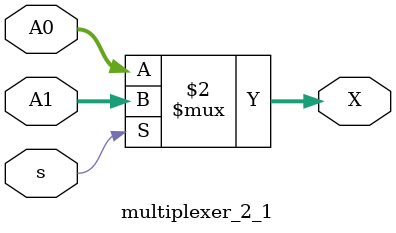
<source format=v>
`timescale 1ns / 1ps


module multiplexer_2_1(X, A0, A1, s);
   parameter WIDTH=16;     // How many bits wide are the lines

   output [WIDTH-1:0] X;   // The output line

   input [WIDTH-1:0]  A1;  // Input line with id 1'b1
   input [WIDTH-1:0]  A0;  // Input line with id 1'b0
   input 	      s;  // Selection bit
   
   assign X = (s == 1'b0) ? A0 : A1;
endmodule
</source>
